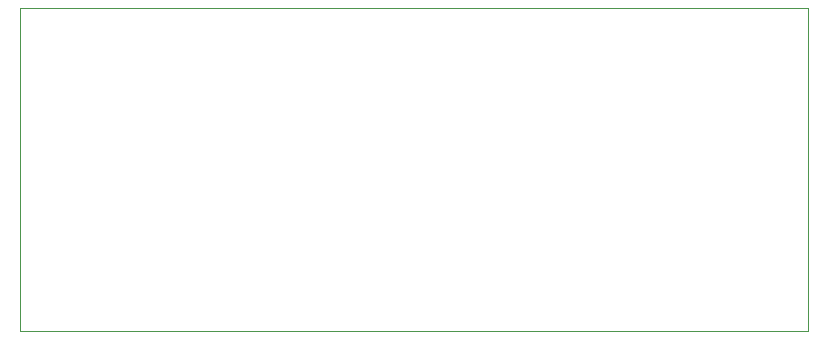
<source format=gm1>
G04 #@! TF.GenerationSoftware,KiCad,Pcbnew,8.0.7-8.0.7-0~ubuntu22.04.1*
G04 #@! TF.CreationDate,2025-01-18T09:20:26+01:00*
G04 #@! TF.ProjectId,esp32_boilerplate,65737033-325f-4626-9f69-6c6572706c61,rev?*
G04 #@! TF.SameCoordinates,Original*
G04 #@! TF.FileFunction,Profile,NP*
%FSLAX46Y46*%
G04 Gerber Fmt 4.6, Leading zero omitted, Abs format (unit mm)*
G04 Created by KiCad (PCBNEW 8.0.7-8.0.7-0~ubuntu22.04.1) date 2025-01-18 09:20:26*
%MOMM*%
%LPD*%
G01*
G04 APERTURE LIST*
G04 #@! TA.AperFunction,Profile*
%ADD10C,0.050000*%
G04 #@! TD*
G04 APERTURE END LIST*
D10*
X0Y0D02*
X66700000Y0D01*
X66700000Y-27300000D01*
X0Y-27300000D01*
X0Y0D01*
M02*

</source>
